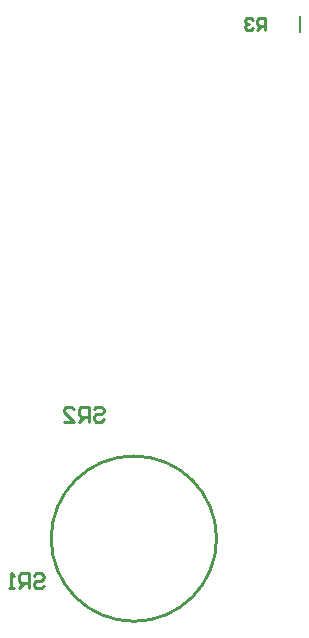
<source format=gbo>
G04 Layer_Color=32896*
%FSLAX25Y25*%
%MOIN*%
G70*
G01*
G75*
%ADD14C,0.01000*%
%ADD22C,0.00787*%
D14*
X27559Y0D02*
G03*
X27559Y0I-27559J0D01*
G01*
X43640Y169526D02*
Y173525D01*
X41641D01*
X40974Y172858D01*
Y171525D01*
X41641Y170859D01*
X43640D01*
X42307D02*
X40974Y169526D01*
X39641Y172858D02*
X38975Y173525D01*
X37642D01*
X36976Y172858D01*
Y172192D01*
X37642Y171525D01*
X38309D01*
X37642D01*
X36976Y170859D01*
Y170192D01*
X37642Y169526D01*
X38975D01*
X39641Y170192D01*
X-33332Y-12335D02*
X-32499Y-11502D01*
X-30833D01*
X-30000Y-12335D01*
Y-13168D01*
X-30833Y-14001D01*
X-32499D01*
X-33332Y-14834D01*
Y-15667D01*
X-32499Y-16500D01*
X-30833D01*
X-30000Y-15667D01*
X-34998Y-16500D02*
Y-11502D01*
X-37498D01*
X-38331Y-12335D01*
Y-14001D01*
X-37498Y-14834D01*
X-34998D01*
X-36665D02*
X-38331Y-16500D01*
X-39997D02*
X-41663D01*
X-40830D01*
Y-11502D01*
X-39997Y-12335D01*
X-13332Y43165D02*
X-12499Y43998D01*
X-10833D01*
X-10000Y43165D01*
Y42332D01*
X-10833Y41499D01*
X-12499D01*
X-13332Y40666D01*
Y39833D01*
X-12499Y39000D01*
X-10833D01*
X-10000Y39833D01*
X-14998Y39000D02*
Y43998D01*
X-17498D01*
X-18331Y43165D01*
Y41499D01*
X-17498Y40666D01*
X-14998D01*
X-16665D02*
X-18331Y39000D01*
X-23329D02*
X-19997D01*
X-23329Y42332D01*
Y43165D01*
X-22496Y43998D01*
X-20830D01*
X-19997Y43165D01*
D22*
X55500Y168941D02*
Y174059D01*
M02*

</source>
